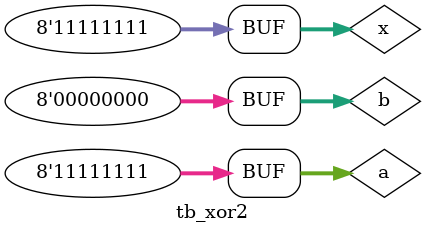
<source format=sv>
`timescale 1ns/1ps

module tb_xor2();

reg [7:0] a, b;
reg [7:0] c;
reg [7:0] x;

initial 
begin
a=0; b=255;

for (x=0; x<255; x=x+1)
begin
#(10) a=a+1; b=b-1;
end

end

xor2 u0(a,b,c);


endmodule
</source>
